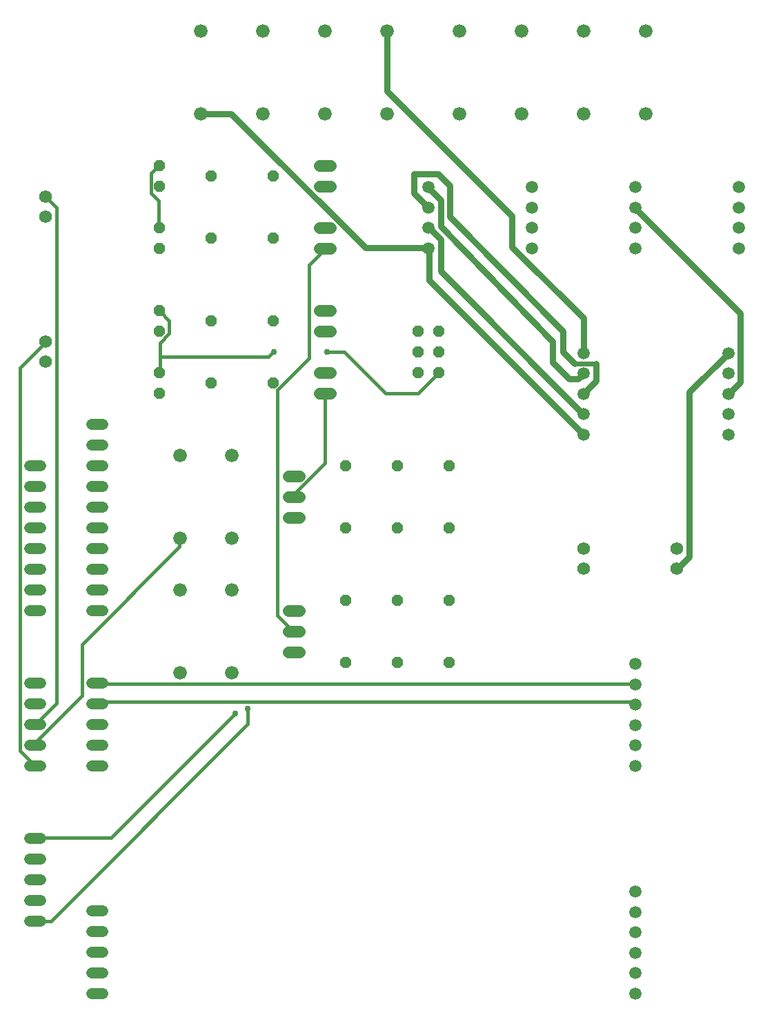
<source format=gbr>
G04 EAGLE Gerber RS-274X export*
G75*
%MOMM*%
%FSLAX34Y34*%
%LPD*%
%INBottom Copper*%
%IPPOS*%
%AMOC8*
5,1,8,0,0,1.08239X$1,22.5*%
G01*
%ADD10P,1.429621X8X112.500000*%
%ADD11C,1.676400*%
%ADD12C,1.320800*%
%ADD13C,1.422400*%
%ADD14P,1.539592X8X292.500000*%
%ADD15C,1.498600*%
%ADD16P,1.429621X8X292.500000*%
%ADD17P,1.429621X8X202.500000*%
%ADD18C,1.562100*%
%ADD19C,0.406400*%
%ADD20C,0.756400*%
%ADD21C,0.762000*%
%ADD22C,0.609600*%


D10*
X215900Y571500D03*
X215900Y596900D03*
X215900Y749300D03*
X215900Y774700D03*
D11*
X266700Y939800D03*
X266700Y838200D03*
X342900Y939800D03*
X342900Y838200D03*
X419100Y939800D03*
X419100Y838200D03*
X495300Y939800D03*
X495300Y838200D03*
X304800Y254000D03*
X304800Y152400D03*
X304800Y419100D03*
X304800Y317500D03*
X241300Y419100D03*
X241300Y317500D03*
X241300Y254000D03*
X241300Y152400D03*
D12*
X70104Y-152400D02*
X56896Y-152400D01*
X56896Y-127000D02*
X70104Y-127000D01*
X70104Y-101600D02*
X56896Y-101600D01*
X56896Y-76200D02*
X70104Y-76200D01*
X70104Y-50800D02*
X56896Y-50800D01*
X56896Y38100D02*
X70104Y38100D01*
X70104Y63500D02*
X56896Y63500D01*
X56896Y88900D02*
X70104Y88900D01*
X70104Y114300D02*
X56896Y114300D01*
X56896Y139700D02*
X70104Y139700D01*
X70104Y228600D02*
X56896Y228600D01*
X56896Y254000D02*
X70104Y254000D01*
X70104Y279400D02*
X56896Y279400D01*
X56896Y304800D02*
X70104Y304800D01*
X70104Y330200D02*
X56896Y330200D01*
X56896Y355600D02*
X70104Y355600D01*
X70104Y381000D02*
X56896Y381000D01*
X56896Y406400D02*
X70104Y406400D01*
X133096Y228600D02*
X146304Y228600D01*
X146304Y254000D02*
X133096Y254000D01*
X133096Y279400D02*
X146304Y279400D01*
X146304Y304800D02*
X133096Y304800D01*
X133096Y330200D02*
X146304Y330200D01*
X146304Y355600D02*
X133096Y355600D01*
X133096Y381000D02*
X146304Y381000D01*
X146304Y406400D02*
X133096Y406400D01*
X133096Y431800D02*
X146304Y431800D01*
X146304Y457200D02*
X133096Y457200D01*
X133096Y-241300D02*
X146304Y-241300D01*
X146304Y-215900D02*
X133096Y-215900D01*
X133096Y-190500D02*
X146304Y-190500D01*
X146304Y-165100D02*
X133096Y-165100D01*
X133096Y-139700D02*
X146304Y-139700D01*
D13*
X411988Y571500D02*
X426212Y571500D01*
X426212Y596900D02*
X411988Y596900D01*
X411988Y495300D02*
X426212Y495300D01*
X426212Y520700D02*
X411988Y520700D01*
X411988Y749300D02*
X426212Y749300D01*
X426212Y774700D02*
X411988Y774700D01*
X411988Y673100D02*
X426212Y673100D01*
X426212Y698500D02*
X411988Y698500D01*
D14*
X533400Y571500D03*
X558800Y571500D03*
X533400Y546100D03*
X558800Y546100D03*
X533400Y520700D03*
X558800Y520700D03*
D13*
X388112Y393700D02*
X373888Y393700D01*
X373888Y368300D02*
X388112Y368300D01*
X388112Y342900D02*
X373888Y342900D01*
X373888Y228600D02*
X388112Y228600D01*
X388112Y203200D02*
X373888Y203200D01*
X373888Y177800D02*
X388112Y177800D01*
D15*
X800100Y-241300D03*
X800100Y-216408D03*
X800100Y-191262D03*
X800100Y-166370D03*
X800100Y-141224D03*
X800100Y-116332D03*
D16*
X444500Y406400D03*
X444500Y330200D03*
D17*
X355600Y762000D03*
X279400Y762000D03*
D10*
X508000Y330200D03*
X508000Y406400D03*
D16*
X571500Y406400D03*
X571500Y330200D03*
D10*
X444500Y165100D03*
X444500Y241300D03*
X508000Y165100D03*
X508000Y241300D03*
D16*
X571500Y241300D03*
X571500Y165100D03*
D17*
X355600Y508000D03*
X279400Y508000D03*
X355600Y685800D03*
X279400Y685800D03*
X355600Y584200D03*
X279400Y584200D03*
D15*
X673100Y673100D03*
X673100Y697992D03*
X673100Y723138D03*
X673100Y748030D03*
X546100Y673100D03*
X546100Y697992D03*
X546100Y723138D03*
X546100Y748030D03*
D10*
X215900Y495300D03*
X215900Y520700D03*
X215900Y673100D03*
X215900Y698500D03*
D18*
X76200Y558800D03*
X76200Y533908D03*
X76200Y736600D03*
X76200Y711708D03*
D15*
X736600Y444500D03*
X736600Y469392D03*
X736600Y494538D03*
X736600Y519430D03*
X736600Y544576D03*
D18*
X736600Y304800D03*
X736600Y279908D03*
D15*
X800100Y38100D03*
X800100Y62992D03*
X800100Y88138D03*
X800100Y113030D03*
X800100Y138176D03*
X800100Y163068D03*
D12*
X146304Y38100D02*
X133096Y38100D01*
X133096Y63500D02*
X146304Y63500D01*
X146304Y88900D02*
X133096Y88900D01*
X133096Y114300D02*
X146304Y114300D01*
X146304Y139700D02*
X133096Y139700D01*
D15*
X914400Y444500D03*
X914400Y469392D03*
X914400Y494538D03*
X914400Y519430D03*
X914400Y544576D03*
D18*
X850900Y304800D03*
X850900Y279908D03*
D11*
X584200Y939800D03*
X584200Y838200D03*
X660400Y939800D03*
X660400Y838200D03*
X736600Y939800D03*
X736600Y838200D03*
X812800Y939800D03*
X812800Y838200D03*
D15*
X927100Y673100D03*
X927100Y697992D03*
X927100Y723138D03*
X927100Y748030D03*
X800100Y673100D03*
X800100Y697992D03*
X800100Y723138D03*
X800100Y748030D03*
D19*
X62484Y39116D02*
X62484Y38100D01*
X62484Y39116D02*
X44704Y56896D01*
X44704Y526288D01*
X76200Y557784D01*
X63500Y38100D02*
X62484Y38100D01*
X76200Y557784D02*
X76200Y558800D01*
X89408Y114808D02*
X63500Y88900D01*
X89408Y114808D02*
X89408Y722884D01*
X76200Y736092D01*
X76200Y736600D01*
X64008Y67564D02*
X64008Y64008D01*
X64008Y67564D02*
X120904Y124460D01*
X120904Y186944D01*
X240792Y306832D01*
X240792Y316992D01*
X64008Y64008D02*
X63500Y63500D01*
X240792Y316992D02*
X241300Y317500D01*
X381000Y368300D02*
X381000Y371856D01*
X419100Y409956D01*
X419100Y495300D01*
X381000Y203200D02*
X379984Y203200D01*
X360426Y222758D01*
X360426Y499110D01*
X399796Y538480D01*
X399796Y652780D01*
X419100Y672084D01*
X419100Y673100D01*
X216408Y556768D02*
X216408Y540258D01*
X216408Y521208D01*
X216408Y556768D02*
X228092Y568452D01*
X228092Y584200D01*
X216408Y595884D01*
X216408Y521208D02*
X215900Y520700D01*
X216408Y595884D02*
X215900Y596900D01*
X214884Y699516D02*
X214884Y731266D01*
X205740Y740410D01*
X205740Y765048D01*
X214884Y774192D01*
X214884Y699516D02*
X215900Y698500D01*
X214884Y774192D02*
X215900Y774700D01*
X533400Y495300D02*
X558800Y520700D01*
X533400Y495300D02*
X494030Y495300D01*
X443230Y546100D01*
X421640Y546100D01*
D20*
X421640Y546100D03*
X356870Y546100D03*
D19*
X355600Y546100D01*
X349758Y540258D01*
X216408Y540258D01*
X156972Y-50292D02*
X64008Y-50292D01*
X156972Y-50292D02*
X309372Y102108D01*
X64008Y-50292D02*
X63500Y-50800D01*
D20*
X309372Y102108D03*
D21*
X736600Y444500D02*
X547116Y633984D01*
X547116Y672084D01*
D19*
X546100Y673100D01*
D21*
X304292Y838200D02*
X266700Y838200D01*
X304292Y838200D02*
X468884Y673608D01*
X545592Y673608D01*
D19*
X546100Y673100D01*
D21*
X495300Y866140D02*
X495300Y939800D01*
X495300Y866140D02*
X648970Y712470D01*
X648970Y674624D01*
X736600Y586994D01*
X736600Y544576D01*
X736092Y469900D02*
X736092Y469392D01*
X736092Y469900D02*
X561340Y644652D01*
X561340Y683768D01*
X547116Y697992D01*
X736092Y469392D02*
X736600Y469392D01*
D19*
X547116Y697992D02*
X546100Y697992D01*
D21*
X737616Y495808D02*
X737616Y495300D01*
X737616Y495808D02*
X751840Y510032D01*
X751840Y531876D01*
X711200Y571546D02*
X572008Y711754D01*
X711200Y546100D02*
X725424Y531876D01*
X711200Y546100D02*
X711200Y571546D01*
D22*
X725424Y531876D02*
X751840Y531876D01*
D21*
X572008Y711754D02*
X572008Y749808D01*
X557784Y764032D01*
X528574Y764032D01*
X528574Y740918D01*
X545592Y723900D01*
X736600Y494538D02*
X737616Y495300D01*
X546100Y723138D02*
X545592Y723900D01*
X561340Y700353D02*
X698500Y558800D01*
X698500Y533400D01*
X718820Y513080D01*
X730250Y513080D02*
X736600Y519430D01*
X730250Y513080D02*
X718820Y513080D01*
X561340Y700353D02*
X561340Y732536D01*
X547116Y746760D01*
D19*
X546100Y748030D01*
X324612Y108204D02*
X324612Y89154D01*
X83058Y-152400D01*
X63500Y-152400D01*
D20*
X324612Y108204D03*
D19*
X140208Y138684D02*
X800100Y138684D01*
X140208Y138684D02*
X139700Y139700D01*
X800100Y138684D02*
X800100Y138176D01*
X800100Y116840D02*
X142240Y116840D01*
X139700Y114300D01*
X800100Y113030D02*
X800100Y116840D01*
D21*
X914654Y494538D02*
X928878Y508762D01*
X914654Y494538D02*
X914400Y494538D01*
X928878Y508762D02*
X928878Y593598D01*
X800100Y722376D01*
D19*
X800100Y723138D01*
D21*
X914146Y544576D02*
X914400Y544576D01*
X914146Y544576D02*
X866140Y496570D01*
X866140Y294640D01*
X851916Y280416D01*
D19*
X850900Y279908D01*
M02*

</source>
